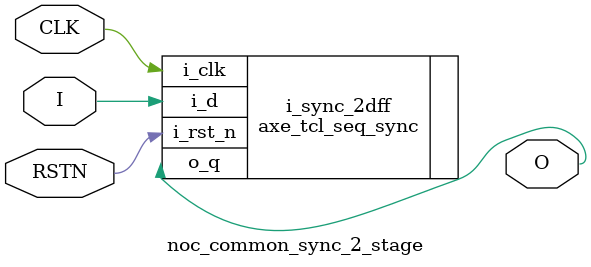
<source format=sv>

module noc_common_sync_2_stage
(
    input  wire  CLK,
    input  logic I,
    output logic O,
    input  wire  RSTN
);

  axe_tcl_seq_sync #(
    .SyncStages(2),
    .ResetValue(0),
    .Ratio(0)
  ) i_sync_2dff(
    .i_clk  (CLK),
    .i_rst_n(RSTN),
    .i_d    (I),
    .o_q    (O)
  );

endmodule

</source>
